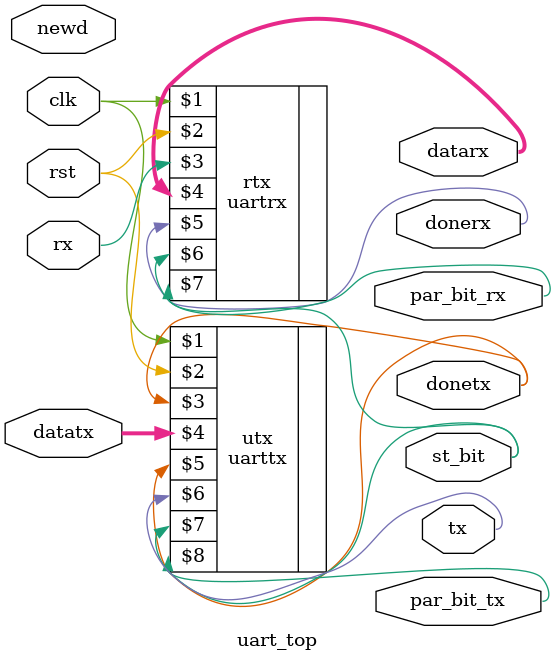
<source format=v>

module uart_top #(parameter clk_freq = 1000000 , parameter baud_rate = 9600)

(
input clk , rst, 
input newd,
input rx,
input [7:0] datatx,
output  donetx,
output  tx,
output [7:0] datarx,
output  donerx,
output  par_bit_tx,
output  par_bit_rx,
output st_bit
);

uarttx #(clk_freq,baud_rate) 
utx
(clk,rst,donetx,datatx,donetx,tx,par_bit_tx,st_bit);

uartrx #(clk_freq,baud_rate) 
rtx
(clk,rst,rx,datarx,donerx,par_bit_rx,st_bit);
endmodule

/* 
interface uart_if;
  logic clk;
  logic uclktx;
  logic uclkrx;
  logic rst;
  logic rx;
  logic [7:0] datatx;
  logic newd;
  logic tx;
  logic [7:0] datarx;
  logic donetx;
  logic donerx;
  logic par_bit;
  
endinterface
*/
</source>
